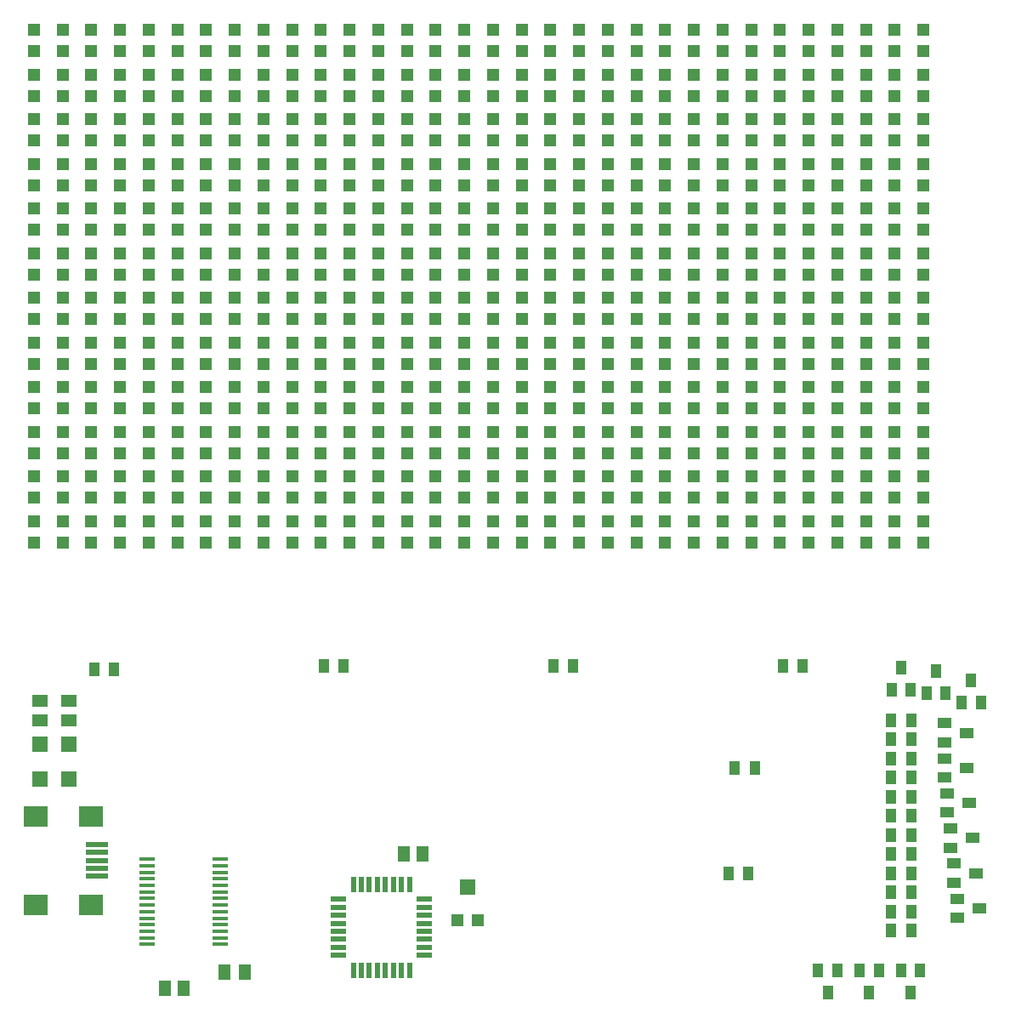
<source format=gbr>
G04 EAGLE Gerber RS-274X export*
G75*
%MOMM*%
%FSLAX34Y34*%
%LPD*%
%INSolderpaste Top*%
%IPPOS*%
%AMOC8*
5,1,8,0,0,1.08239X$1,22.5*%
G01*
%ADD10R,1.500000X1.600000*%
%ADD11R,1.200000X1.200000*%
%ADD12R,1.100000X1.400000*%
%ADD13R,1.300000X1.600000*%
%ADD14R,2.400000X2.000000*%
%ADD15R,2.308000X0.500000*%
%ADD16R,1.500000X0.400000*%
%ADD17R,1.000000X1.400000*%
%ADD18R,1.400000X1.000000*%
%ADD19R,1.500000X1.300000*%
%ADD20R,1.300000X1.500000*%
%ADD21R,1.500000X1.500000*%
%ADD22R,1.500000X0.550000*%
%ADD23R,0.550000X1.500000*%


D10*
X457200Y122950D03*
D11*
X447200Y89700D03*
X467200Y89700D03*
D12*
X85250Y339725D03*
X105250Y339725D03*
X313850Y342900D03*
X333850Y342900D03*
X542450Y342900D03*
X562450Y342900D03*
D13*
X235425Y38100D03*
X215425Y38100D03*
D12*
X743425Y241300D03*
X723425Y241300D03*
D14*
X82625Y193225D03*
D15*
X88265Y165225D03*
X88265Y157225D03*
X88265Y149225D03*
X88265Y141225D03*
X88265Y133225D03*
D14*
X27625Y193225D03*
X82625Y105225D03*
X27625Y105225D03*
D16*
X210875Y65700D03*
X210875Y72200D03*
X210875Y78700D03*
X210875Y85200D03*
X210875Y91700D03*
X210875Y98200D03*
X210875Y104700D03*
X210875Y111200D03*
X210875Y117700D03*
X210875Y124200D03*
X210875Y130700D03*
X210875Y137200D03*
X210875Y143700D03*
X210875Y150200D03*
X138375Y150200D03*
X138375Y143700D03*
X138375Y137200D03*
X138375Y130700D03*
X138375Y124200D03*
X138375Y117700D03*
X138375Y111200D03*
X138375Y104700D03*
X138375Y98200D03*
X138375Y91700D03*
X138375Y85200D03*
X138375Y78700D03*
X138375Y72200D03*
X138375Y65700D03*
D11*
X25400Y975700D03*
X25400Y954700D03*
X282575Y975700D03*
X282575Y954700D03*
X311150Y975700D03*
X311150Y954700D03*
X339725Y975700D03*
X339725Y954700D03*
X368300Y975700D03*
X368300Y954700D03*
X396875Y975700D03*
X396875Y954700D03*
X425450Y975700D03*
X425450Y954700D03*
X454025Y975700D03*
X454025Y954700D03*
X482600Y975700D03*
X482600Y954700D03*
X511175Y975700D03*
X511175Y954700D03*
X539750Y975700D03*
X539750Y954700D03*
X53975Y975700D03*
X53975Y954700D03*
X568325Y975700D03*
X568325Y954700D03*
X596900Y975700D03*
X596900Y954700D03*
X625475Y975700D03*
X625475Y954700D03*
X654050Y975700D03*
X654050Y954700D03*
X682625Y975700D03*
X682625Y954700D03*
X82550Y975700D03*
X82550Y954700D03*
X111125Y975700D03*
X111125Y954700D03*
X139700Y975700D03*
X139700Y954700D03*
X168275Y975700D03*
X168275Y954700D03*
X196850Y975700D03*
X196850Y954700D03*
X225425Y975700D03*
X225425Y954700D03*
X254000Y975700D03*
X254000Y954700D03*
D17*
X889000Y341200D03*
X898500Y319200D03*
X879500Y319200D03*
X923925Y338025D03*
X933425Y316025D03*
X914425Y316025D03*
X958850Y328500D03*
X968350Y306500D03*
X949350Y306500D03*
D18*
X953975Y276225D03*
X931975Y266725D03*
X931975Y285725D03*
X953975Y241300D03*
X931975Y231800D03*
X931975Y250800D03*
X957150Y206375D03*
X935150Y196875D03*
X935150Y215875D03*
X960325Y171450D03*
X938325Y161950D03*
X938325Y180950D03*
X963500Y136525D03*
X941500Y127025D03*
X941500Y146025D03*
D19*
X31750Y288950D03*
X31750Y307950D03*
X60325Y288950D03*
X60325Y307950D03*
D12*
X879000Y288925D03*
X899000Y288925D03*
X879000Y269875D03*
X899000Y269875D03*
X879000Y250825D03*
X899000Y250825D03*
X879000Y231775D03*
X899000Y231775D03*
X879000Y212725D03*
X899000Y212725D03*
X879000Y193675D03*
X899000Y193675D03*
X879000Y174625D03*
X899000Y174625D03*
X879000Y155575D03*
X899000Y155575D03*
D20*
X155600Y22225D03*
X174600Y22225D03*
X393725Y155575D03*
X412725Y155575D03*
D21*
X60325Y230150D03*
X60325Y265150D03*
X31750Y230150D03*
X31750Y265150D03*
D22*
X328475Y110550D03*
X328475Y102550D03*
X328475Y94550D03*
X328475Y86550D03*
X328475Y78550D03*
X328475Y70550D03*
X328475Y62550D03*
X328475Y54550D03*
D23*
X343475Y39550D03*
X351475Y39550D03*
X359475Y39550D03*
X367475Y39550D03*
X375475Y39550D03*
X383475Y39550D03*
X391475Y39550D03*
X399475Y39550D03*
D22*
X414475Y54550D03*
X414475Y62550D03*
X414475Y70550D03*
X414475Y78550D03*
X414475Y86550D03*
X414475Y94550D03*
X414475Y102550D03*
X414475Y110550D03*
D23*
X399475Y125550D03*
X391475Y125550D03*
X383475Y125550D03*
X375475Y125550D03*
X367475Y125550D03*
X359475Y125550D03*
X351475Y125550D03*
X343475Y125550D03*
D11*
X711200Y975700D03*
X711200Y954700D03*
X739775Y975700D03*
X739775Y954700D03*
X768350Y975700D03*
X768350Y954700D03*
X796925Y975700D03*
X796925Y954700D03*
X825500Y975700D03*
X825500Y954700D03*
X854075Y975700D03*
X854075Y954700D03*
X882650Y975700D03*
X882650Y954700D03*
X911225Y975700D03*
X911225Y954700D03*
X25400Y931250D03*
X25400Y910250D03*
X53975Y931250D03*
X53975Y910250D03*
X82550Y931250D03*
X82550Y910250D03*
X111125Y931250D03*
X111125Y910250D03*
X139700Y931250D03*
X139700Y910250D03*
X168275Y931250D03*
X168275Y910250D03*
X196850Y931250D03*
X196850Y910250D03*
X225425Y931250D03*
X225425Y910250D03*
X254000Y931250D03*
X254000Y910250D03*
X282575Y931250D03*
X282575Y910250D03*
X311150Y931250D03*
X311150Y910250D03*
X339725Y931250D03*
X339725Y910250D03*
X368300Y931250D03*
X368300Y910250D03*
X396875Y931250D03*
X396875Y910250D03*
X425450Y931250D03*
X425450Y910250D03*
X454025Y931250D03*
X454025Y910250D03*
X482600Y931250D03*
X482600Y910250D03*
X511175Y931250D03*
X511175Y910250D03*
X539750Y931250D03*
X539750Y910250D03*
X568325Y931250D03*
X568325Y910250D03*
X596900Y931250D03*
X596900Y910250D03*
X625475Y931250D03*
X625475Y910250D03*
X654050Y931250D03*
X654050Y910250D03*
X682625Y931250D03*
X682625Y910250D03*
X711200Y931250D03*
X711200Y910250D03*
X739775Y931250D03*
X739775Y910250D03*
X768350Y931250D03*
X768350Y910250D03*
X796925Y931250D03*
X796925Y910250D03*
X825500Y931250D03*
X825500Y910250D03*
X854075Y931250D03*
X854075Y910250D03*
X882650Y931250D03*
X882650Y910250D03*
X911225Y931250D03*
X911225Y910250D03*
X25400Y886800D03*
X25400Y865800D03*
X53975Y886800D03*
X53975Y865800D03*
X82550Y886800D03*
X82550Y865800D03*
X111125Y886800D03*
X111125Y865800D03*
X139700Y886800D03*
X139700Y865800D03*
X168275Y886800D03*
X168275Y865800D03*
X196850Y886800D03*
X196850Y865800D03*
X225425Y886800D03*
X225425Y865800D03*
X254000Y886800D03*
X254000Y865800D03*
X282575Y886800D03*
X282575Y865800D03*
X311150Y886800D03*
X311150Y865800D03*
X339725Y886800D03*
X339725Y865800D03*
X368300Y886800D03*
X368300Y865800D03*
X396875Y886800D03*
X396875Y865800D03*
X425450Y886800D03*
X425450Y865800D03*
X454025Y886800D03*
X454025Y865800D03*
X482600Y886800D03*
X482600Y865800D03*
X511175Y886800D03*
X511175Y865800D03*
X539750Y886800D03*
X539750Y865800D03*
X568325Y886800D03*
X568325Y865800D03*
X596900Y886800D03*
X596900Y865800D03*
X625475Y886800D03*
X625475Y865800D03*
X654050Y886800D03*
X654050Y865800D03*
X682625Y886800D03*
X682625Y865800D03*
X711200Y886800D03*
X711200Y865800D03*
X739775Y886800D03*
X739775Y865800D03*
X768350Y886800D03*
X768350Y865800D03*
X796925Y886800D03*
X796925Y865800D03*
X825500Y886800D03*
X825500Y865800D03*
X854075Y886800D03*
X854075Y865800D03*
X882650Y886800D03*
X882650Y865800D03*
X911225Y886800D03*
X911225Y865800D03*
X25400Y842350D03*
X25400Y821350D03*
X53975Y842350D03*
X53975Y821350D03*
X82550Y842350D03*
X82550Y821350D03*
X111125Y842350D03*
X111125Y821350D03*
X139700Y842350D03*
X139700Y821350D03*
X168275Y842350D03*
X168275Y821350D03*
X196850Y842350D03*
X196850Y821350D03*
X225425Y842350D03*
X225425Y821350D03*
X254000Y842350D03*
X254000Y821350D03*
X282575Y842350D03*
X282575Y821350D03*
X311150Y842350D03*
X311150Y821350D03*
X339725Y842350D03*
X339725Y821350D03*
X368300Y842350D03*
X368300Y821350D03*
X396875Y842350D03*
X396875Y821350D03*
X425450Y842350D03*
X425450Y821350D03*
X454025Y842350D03*
X454025Y821350D03*
X482600Y842350D03*
X482600Y821350D03*
X511175Y842350D03*
X511175Y821350D03*
X539750Y842350D03*
X539750Y821350D03*
X568325Y842350D03*
X568325Y821350D03*
X596900Y842350D03*
X596900Y821350D03*
X625475Y842350D03*
X625475Y821350D03*
X654050Y842350D03*
X654050Y821350D03*
X682625Y842350D03*
X682625Y821350D03*
X711200Y842350D03*
X711200Y821350D03*
X739775Y842350D03*
X739775Y821350D03*
X768350Y842350D03*
X768350Y821350D03*
X796925Y842350D03*
X796925Y821350D03*
X825500Y842350D03*
X825500Y821350D03*
X854075Y842350D03*
X854075Y821350D03*
X882650Y842350D03*
X882650Y821350D03*
X911225Y842350D03*
X911225Y821350D03*
X25400Y797900D03*
X25400Y776900D03*
X53975Y797900D03*
X53975Y776900D03*
X82550Y797900D03*
X82550Y776900D03*
X111125Y797900D03*
X111125Y776900D03*
X139700Y797900D03*
X139700Y776900D03*
X168275Y797900D03*
X168275Y776900D03*
X196850Y797900D03*
X196850Y776900D03*
X225425Y797900D03*
X225425Y776900D03*
X254000Y797900D03*
X254000Y776900D03*
X282575Y797900D03*
X282575Y776900D03*
X311150Y797900D03*
X311150Y776900D03*
X339725Y797900D03*
X339725Y776900D03*
X368300Y797900D03*
X368300Y776900D03*
X396875Y797900D03*
X396875Y776900D03*
X425450Y797900D03*
X425450Y776900D03*
X454025Y797900D03*
X454025Y776900D03*
X482600Y797900D03*
X482600Y776900D03*
X511175Y797900D03*
X511175Y776900D03*
X539750Y797900D03*
X539750Y776900D03*
X568325Y797900D03*
X568325Y776900D03*
X596900Y797900D03*
X596900Y776900D03*
X625475Y797900D03*
X625475Y776900D03*
X654050Y797900D03*
X654050Y776900D03*
X682625Y797900D03*
X682625Y776900D03*
X711200Y797900D03*
X711200Y776900D03*
X739775Y797900D03*
X739775Y776900D03*
X768350Y797900D03*
X768350Y776900D03*
X796925Y797900D03*
X796925Y776900D03*
X825500Y797900D03*
X825500Y776900D03*
X854075Y797900D03*
X854075Y776900D03*
X882650Y797900D03*
X882650Y776900D03*
X911225Y797900D03*
X911225Y776900D03*
X25400Y753450D03*
X25400Y732450D03*
X53975Y753450D03*
X53975Y732450D03*
X82550Y753450D03*
X82550Y732450D03*
X111125Y753450D03*
X111125Y732450D03*
X139700Y753450D03*
X139700Y732450D03*
X168275Y753450D03*
X168275Y732450D03*
X196850Y753450D03*
X196850Y732450D03*
X225425Y753450D03*
X225425Y732450D03*
X254000Y753450D03*
X254000Y732450D03*
X282575Y753450D03*
X282575Y732450D03*
X311150Y753450D03*
X311150Y732450D03*
X339725Y753450D03*
X339725Y732450D03*
X368300Y753450D03*
X368300Y732450D03*
X396875Y753450D03*
X396875Y732450D03*
X425450Y753450D03*
X425450Y732450D03*
X454025Y753450D03*
X454025Y732450D03*
X482600Y753450D03*
X482600Y732450D03*
X511175Y753450D03*
X511175Y732450D03*
X539750Y753450D03*
X539750Y732450D03*
X568325Y753450D03*
X568325Y732450D03*
X596900Y753450D03*
X596900Y732450D03*
X625475Y753450D03*
X625475Y732450D03*
X654050Y753450D03*
X654050Y732450D03*
X682625Y753450D03*
X682625Y732450D03*
X711200Y753450D03*
X711200Y732450D03*
X739775Y753450D03*
X739775Y732450D03*
X768350Y753450D03*
X768350Y732450D03*
X796925Y753450D03*
X796925Y732450D03*
X825500Y753450D03*
X825500Y732450D03*
X854075Y753450D03*
X854075Y732450D03*
X882650Y753450D03*
X882650Y732450D03*
X911225Y753450D03*
X911225Y732450D03*
X25400Y709000D03*
X25400Y688000D03*
X53975Y709000D03*
X53975Y688000D03*
X82550Y709000D03*
X82550Y688000D03*
X111125Y709000D03*
X111125Y688000D03*
X139700Y709000D03*
X139700Y688000D03*
X168275Y709000D03*
X168275Y688000D03*
X196850Y709000D03*
X196850Y688000D03*
X225425Y709000D03*
X225425Y688000D03*
X254000Y709000D03*
X254000Y688000D03*
X282575Y709000D03*
X282575Y688000D03*
X311150Y709000D03*
X311150Y688000D03*
X339725Y709000D03*
X339725Y688000D03*
X368300Y709000D03*
X368300Y688000D03*
X396875Y709000D03*
X396875Y688000D03*
X425450Y709000D03*
X425450Y688000D03*
X454025Y709000D03*
X454025Y688000D03*
X482600Y709000D03*
X482600Y688000D03*
X511175Y709000D03*
X511175Y688000D03*
X539750Y709000D03*
X539750Y688000D03*
X568325Y709000D03*
X568325Y688000D03*
X596900Y709000D03*
X596900Y688000D03*
X625475Y709000D03*
X625475Y688000D03*
X654050Y709000D03*
X654050Y688000D03*
X682625Y709000D03*
X682625Y688000D03*
X711200Y709000D03*
X711200Y688000D03*
X739775Y709000D03*
X739775Y688000D03*
X768350Y709000D03*
X768350Y688000D03*
X796925Y709000D03*
X796925Y688000D03*
X825500Y709000D03*
X825500Y688000D03*
X854075Y709000D03*
X854075Y688000D03*
X882650Y709000D03*
X882650Y688000D03*
X911225Y709000D03*
X911225Y688000D03*
X25400Y664550D03*
X25400Y643550D03*
X53975Y664550D03*
X53975Y643550D03*
X82550Y664550D03*
X82550Y643550D03*
X111125Y664550D03*
X111125Y643550D03*
X139700Y664550D03*
X139700Y643550D03*
X168275Y664550D03*
X168275Y643550D03*
X196850Y664550D03*
X196850Y643550D03*
X225425Y664550D03*
X225425Y643550D03*
X254000Y664550D03*
X254000Y643550D03*
X282575Y664550D03*
X282575Y643550D03*
X311150Y664550D03*
X311150Y643550D03*
X339725Y664550D03*
X339725Y643550D03*
X368300Y664550D03*
X368300Y643550D03*
X396875Y664550D03*
X396875Y643550D03*
X425450Y664550D03*
X425450Y643550D03*
X454025Y664550D03*
X454025Y643550D03*
X482600Y664550D03*
X482600Y643550D03*
X511175Y664550D03*
X511175Y643550D03*
X539750Y664550D03*
X539750Y643550D03*
X568325Y664550D03*
X568325Y643550D03*
X596900Y664550D03*
X596900Y643550D03*
X625475Y664550D03*
X625475Y643550D03*
X654050Y664550D03*
X654050Y643550D03*
X682625Y664550D03*
X682625Y643550D03*
X711200Y664550D03*
X711200Y643550D03*
X739775Y664550D03*
X739775Y643550D03*
X768350Y664550D03*
X768350Y643550D03*
X796925Y664550D03*
X796925Y643550D03*
X825500Y664550D03*
X825500Y643550D03*
X854075Y664550D03*
X854075Y643550D03*
X882650Y664550D03*
X882650Y643550D03*
X911225Y664550D03*
X911225Y643550D03*
X25400Y620100D03*
X25400Y599100D03*
X53975Y620100D03*
X53975Y599100D03*
X82550Y620100D03*
X82550Y599100D03*
X111125Y620100D03*
X111125Y599100D03*
X139700Y620100D03*
X139700Y599100D03*
X168275Y620100D03*
X168275Y599100D03*
X196850Y620100D03*
X196850Y599100D03*
X225425Y620100D03*
X225425Y599100D03*
X254000Y620100D03*
X254000Y599100D03*
X282575Y620100D03*
X282575Y599100D03*
X311150Y620100D03*
X311150Y599100D03*
X339725Y620100D03*
X339725Y599100D03*
X368300Y620100D03*
X368300Y599100D03*
X396875Y620100D03*
X396875Y599100D03*
X425450Y620100D03*
X425450Y599100D03*
X454025Y620100D03*
X454025Y599100D03*
X482600Y620100D03*
X482600Y599100D03*
X511175Y620100D03*
X511175Y599100D03*
X539750Y620100D03*
X539750Y599100D03*
X568325Y620100D03*
X568325Y599100D03*
X596900Y620100D03*
X596900Y599100D03*
X625475Y620100D03*
X625475Y599100D03*
X654050Y620100D03*
X654050Y599100D03*
X682625Y620100D03*
X682625Y599100D03*
X711200Y620100D03*
X711200Y599100D03*
X739775Y620100D03*
X739775Y599100D03*
X768350Y620100D03*
X768350Y599100D03*
X796925Y620100D03*
X796925Y599100D03*
X825500Y620100D03*
X825500Y599100D03*
X854075Y620100D03*
X854075Y599100D03*
X882650Y620100D03*
X882650Y599100D03*
X911225Y620100D03*
X911225Y599100D03*
X25400Y575650D03*
X25400Y554650D03*
X53975Y575650D03*
X53975Y554650D03*
X82550Y575650D03*
X82550Y554650D03*
X111125Y575650D03*
X111125Y554650D03*
X139700Y575650D03*
X139700Y554650D03*
X168275Y575650D03*
X168275Y554650D03*
X196850Y575650D03*
X196850Y554650D03*
X225425Y575650D03*
X225425Y554650D03*
X254000Y575650D03*
X254000Y554650D03*
X282575Y575650D03*
X282575Y554650D03*
X311150Y575650D03*
X311150Y554650D03*
X339725Y575650D03*
X339725Y554650D03*
X368300Y575650D03*
X368300Y554650D03*
X396875Y575650D03*
X396875Y554650D03*
X425450Y575650D03*
X425450Y554650D03*
X454025Y575650D03*
X454025Y554650D03*
X482600Y575650D03*
X482600Y554650D03*
X511175Y575650D03*
X511175Y554650D03*
X539750Y575650D03*
X539750Y554650D03*
X568325Y575650D03*
X568325Y554650D03*
X596900Y575650D03*
X596900Y554650D03*
X625475Y575650D03*
X625475Y554650D03*
X654050Y575650D03*
X654050Y554650D03*
X682625Y575650D03*
X682625Y554650D03*
X711200Y575650D03*
X711200Y554650D03*
X739775Y575650D03*
X739775Y554650D03*
X768350Y575650D03*
X768350Y554650D03*
X796925Y575650D03*
X796925Y554650D03*
X825500Y575650D03*
X825500Y554650D03*
X854075Y575650D03*
X854075Y554650D03*
X882650Y575650D03*
X882650Y554650D03*
X911225Y575650D03*
X911225Y554650D03*
X25400Y531200D03*
X25400Y510200D03*
X53975Y531200D03*
X53975Y510200D03*
X82550Y531200D03*
X82550Y510200D03*
X111125Y531200D03*
X111125Y510200D03*
X139700Y531200D03*
X139700Y510200D03*
X168275Y531200D03*
X168275Y510200D03*
X196850Y531200D03*
X196850Y510200D03*
X225425Y531200D03*
X225425Y510200D03*
X254000Y531200D03*
X254000Y510200D03*
X282575Y531200D03*
X282575Y510200D03*
X311150Y531200D03*
X311150Y510200D03*
X339725Y531200D03*
X339725Y510200D03*
X368300Y531200D03*
X368300Y510200D03*
X396875Y531200D03*
X396875Y510200D03*
X425450Y531200D03*
X425450Y510200D03*
X454025Y531200D03*
X454025Y510200D03*
X482600Y531200D03*
X482600Y510200D03*
X511175Y531200D03*
X511175Y510200D03*
X539750Y531200D03*
X539750Y510200D03*
X568325Y531200D03*
X568325Y510200D03*
X596900Y531200D03*
X596900Y510200D03*
X625475Y531200D03*
X625475Y510200D03*
X654050Y531200D03*
X654050Y510200D03*
X682625Y531200D03*
X682625Y510200D03*
X711200Y531200D03*
X711200Y510200D03*
X739775Y531200D03*
X739775Y510200D03*
X768350Y531200D03*
X768350Y510200D03*
X796925Y531200D03*
X796925Y510200D03*
X825500Y531200D03*
X825500Y510200D03*
X854075Y531200D03*
X854075Y510200D03*
X882650Y531200D03*
X882650Y510200D03*
X911225Y531200D03*
X911225Y510200D03*
X25400Y486750D03*
X25400Y465750D03*
X53975Y486750D03*
X53975Y465750D03*
X82550Y486750D03*
X82550Y465750D03*
X111125Y486750D03*
X111125Y465750D03*
X139700Y486750D03*
X139700Y465750D03*
X168275Y486750D03*
X168275Y465750D03*
X196850Y486750D03*
X196850Y465750D03*
X225425Y486750D03*
X225425Y465750D03*
X254000Y486750D03*
X254000Y465750D03*
X282575Y486750D03*
X282575Y465750D03*
X311150Y486750D03*
X311150Y465750D03*
X339725Y486750D03*
X339725Y465750D03*
X368300Y486750D03*
X368300Y465750D03*
X396875Y486750D03*
X396875Y465750D03*
X425450Y486750D03*
X425450Y465750D03*
X454025Y486750D03*
X454025Y465750D03*
X482600Y486750D03*
X482600Y465750D03*
X511175Y486750D03*
X511175Y465750D03*
X539750Y486750D03*
X539750Y465750D03*
X568325Y486750D03*
X568325Y465750D03*
X596900Y486750D03*
X596900Y465750D03*
X625475Y486750D03*
X625475Y465750D03*
X654050Y486750D03*
X654050Y465750D03*
X682625Y486750D03*
X682625Y465750D03*
X711200Y486750D03*
X711200Y465750D03*
X739775Y486750D03*
X739775Y465750D03*
X768350Y486750D03*
X768350Y465750D03*
X796925Y486750D03*
X796925Y465750D03*
X825500Y486750D03*
X825500Y465750D03*
X854075Y486750D03*
X854075Y465750D03*
X882650Y486750D03*
X882650Y465750D03*
X911225Y486750D03*
X911225Y465750D03*
D12*
X771050Y342900D03*
X791050Y342900D03*
D18*
X966675Y101600D03*
X944675Y92100D03*
X944675Y111100D03*
D12*
X879000Y136525D03*
X899000Y136525D03*
X879000Y117475D03*
X899000Y117475D03*
X879000Y98425D03*
X899000Y98425D03*
X879000Y79375D03*
X899000Y79375D03*
D17*
X898525Y17575D03*
X889025Y39575D03*
X908025Y39575D03*
X857250Y17575D03*
X847750Y39575D03*
X866750Y39575D03*
X815975Y17575D03*
X806475Y39575D03*
X825475Y39575D03*
D12*
X737075Y136525D03*
X717075Y136525D03*
M02*

</source>
